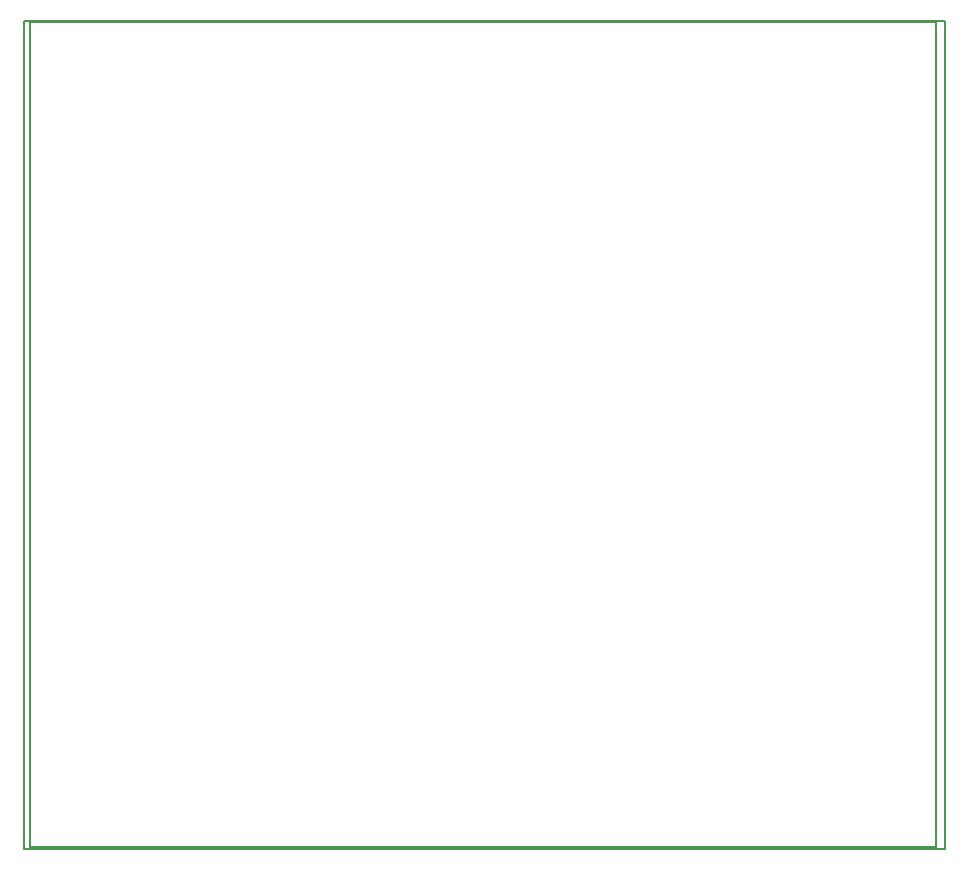
<source format=gbr>
G04 GERBER ASCII OUTPUT FROM: EDWIN 2000 (VER. 1.1 REV. 20011025)*
G04 GERBER FORMAT: RX-274-X*
G04 BOARD: PROTON_SER_GLCD*
G04 ARTWORK OF SOLD.PRINT POSITIVE*
%ASAXBY*%
%FSLAX23Y23*%
%MIA0B0*%
%MOIN*%
%OFA0.0000B0.0000*%
%SFA1B1*%
%IJA0B0*%
%INLAYER31POS*%
%IOA0B0*%
%IPPOS*%
%IR0*%
G04 APERTURE MACROS*
%AMEDWDONUT*
1,1,$1,$2,$3*
1,0,$4,$2,$3*
%
%AMEDWFRECT*
2,1,$1,$2,$3,$4,$5,$6*
%
%AMEDWORECT*
2,1,$1,$2,$3,$4,$5,$10*
2,1,$1,$4,$5,$6,$7,$10*
2,1,$1,$6,$7,$8,$9,$10*
2,1,$1,$8,$9,$2,$3,$10*
1,1,$1,$2,$3*
1,1,$1,$4,$5*
1,1,$1,$6,$7*
1,1,$1,$8,$9*
%
%AMEDWLINER*
2,1,$1,$2,$3,$4,$5,$6*
1,1,$1,$2,$3*
1,1,$1,$4,$5*
%
%AMEDWFTRNG*
4,1,3,$1,$2,$3,$4,$5,$6,$7,$8,$9*
%
%AMEDWATRNG*
4,1,3,$1,$2,$3,$4,$5,$6,$7,$8,$9*
2,1,$11,$1,$2,$3,$4,$10*
2,1,$11,$3,$4,$5,$6,$10*
2,1,$11,$5,$6,$7,$8,$10*
1,1,$11,$3,$4*
1,1,$11,$5,$6*
1,1,$11,$7,$8*
%
%AMEDWOTRNG*
2,1,$1,$2,$3,$4,$5,$8*
2,1,$1,$4,$5,$6,$7,$8*
2,1,$1,$6,$7,$2,$3,$8*
1,1,$1,$2,$3*
1,1,$1,$4,$5*
1,1,$1,$6,$7*
%
G04*
G04 APERTURE LIST*
%ADD10R,0.0700X0.0650*%
%ADD11R,0.0940X0.0890*%
%ADD12R,0.0600X0.0550*%
%ADD13R,0.0840X0.0790*%
%ADD14R,0.0650X0.0700*%
%ADD15R,0.0890X0.0940*%
%ADD16R,0.0550X0.0600*%
%ADD17R,0.0790X0.0840*%
%ADD18R,0.0350X0.0900*%
%ADD19R,0.0590X0.1140*%
%ADD20R,0.0250X0.0800*%
%ADD21R,0.0490X0.1040*%
%ADD22R,0.0900X0.0350*%
%ADD23R,0.1140X0.0590*%
%ADD24R,0.0800X0.0250*%
%ADD25R,0.1040X0.0490*%
%ADD26R,0.0800X0.0800*%
%ADD27R,0.1040X0.1040*%
%ADD28R,0.0700X0.0700*%
%ADD29R,0.0940X0.0940*%
%ADD30R,0.0570X0.0970*%
%ADD31R,0.0810X0.1210*%
%ADD32R,0.0470X0.0870*%
%ADD33R,0.0710X0.1110*%
%ADD34R,0.1520X0.0970*%
%ADD35R,0.1760X0.1210*%
%ADD36R,0.1420X0.0870*%
%ADD37R,0.1660X0.1110*%
%ADD38R,0.0600X0.0600*%
%ADD39R,0.0840X0.0840*%
%ADD40R,0.0500X0.0580*%
%ADD41R,0.0740X0.0820*%
%ADD42R,0.0400X0.0480*%
%ADD43R,0.0640X0.0720*%
%ADD44R,0.0580X0.0500*%
%ADD45R,0.0820X0.0740*%
%ADD46R,0.0480X0.0400*%
%ADD47R,0.0720X0.0640*%
%ADD48R,0.0900X0.0900*%
%ADD49R,0.1140X0.1140*%
%ADD50C,0.0010*%
%ADD52C,0.0020*%
%ADD53R,0.0020X0.0020*%
%ADD54C,0.0030*%
%ADD55R,0.0030X0.0030*%
%ADD56C,0.0040*%
%ADD57R,0.0040X0.0040*%
%ADD58C,0.0050*%
%ADD59R,0.0050X0.0050*%
%ADD60C,0.00787*%
%ADD61R,0.00787X0.00787*%
%ADD62C,0.0080*%
%ADD64C,0.00984*%
%ADD65R,0.00984X0.00984*%
%ADD66C,0.0120*%
%ADD68C,0.0130*%
%ADD70C,0.01598*%
%ADD72C,0.01969*%
%ADD73R,0.01969X0.01969*%
%ADD74C,0.0200*%
%ADD76C,0.0250*%
%ADD77R,0.0250X0.0250*%
%ADD78C,0.0290*%
%ADD80C,0.03004*%
%ADD81R,0.03004X0.03004*%
%ADD82C,0.0320*%
%ADD84C,0.0350*%
%ADD85R,0.0350X0.0350*%
%ADD86C,0.0360*%
%ADD88C,0.0370*%
%ADD90C,0.03937*%
%ADD91R,0.03937X0.03937*%
%ADD92C,0.03998*%
%ADD94C,0.04331*%
%ADD95R,0.04331X0.04331*%
%ADD96C,0.04346*%
%ADD97R,0.04346X0.04346*%
%ADD98C,0.0440*%
%ADD100C,0.0490*%
%ADD101R,0.0490X0.0490*%
%ADD102C,0.0500*%
%ADD103R,0.0500X0.0500*%
%ADD104C,0.05404*%
%ADD105R,0.05404X0.05404*%
%ADD106C,0.0560*%
%ADD108C,0.0590*%
%ADD109R,0.0590X0.0590*%
%ADD110C,0.05906*%
%ADD111R,0.05906X0.05906*%
%ADD112C,0.0600*%
%ADD113R,0.0600X0.0600*%
%ADD114C,0.0620*%
%ADD116C,0.06693*%
%ADD117R,0.06693X0.06693*%
%ADD118C,0.06746*%
%ADD119R,0.06746X0.06746*%
%ADD120C,0.06906*%
%ADD121R,0.06906X0.06906*%
%ADD122C,0.0700*%
%ADD123R,0.0700X0.0700*%
%ADD124C,0.07087*%
%ADD125R,0.07087X0.07087*%
%ADD126C,0.0760*%
%ADD127R,0.0760X0.0760*%
%ADD128C,0.0800*%
%ADD129R,0.0800X0.0800*%
%ADD130C,0.08306*%
%ADD131R,0.08306X0.08306*%
%ADD132C,0.0840*%
%ADD133R,0.0840X0.0840*%
%ADD134C,0.08583*%
%ADD135R,0.08583X0.08583*%
%ADD136C,0.0860*%
%ADD138C,0.0880*%
%ADD140C,0.0900*%
%ADD141R,0.0900X0.0900*%
%ADD142C,0.09012*%
%ADD143R,0.09012X0.09012*%
%ADD144C,0.0940*%
%ADD145R,0.0940X0.0940*%
%ADD146C,0.09441*%
%ADD147R,0.09441X0.09441*%
%ADD148C,0.0960*%
%ADD150C,0.1000*%
%ADD151R,0.1000X0.1000*%
%ADD152C,0.10016*%
%ADD153R,0.10016X0.10016*%
%ADD154C,0.1040*%
%ADD155R,0.1040X0.1040*%
%ADD156C,0.10728*%
%ADD157R,0.10728X0.10728*%
%ADD158C,0.10983*%
%ADD159R,0.10983X0.10983*%
%ADD160C,0.1100*%
%ADD162C,0.11157*%
%ADD163R,0.11157X0.11157*%
%ADD164C,0.1120*%
%ADD166C,0.1140*%
%ADD167R,0.1140X0.1140*%
%ADD168C,0.11412*%
%ADD169R,0.11412X0.11412*%
%ADD170C,0.11841*%
%ADD171R,0.11841X0.11841*%
%ADD172C,0.1200*%
%ADD174C,0.12016*%
%ADD175R,0.12016X0.12016*%
%ADD176C,0.12416*%
%ADD177R,0.12416X0.12416*%
%ADD178C,0.1300*%
%ADD180C,0.13128*%
%ADD181R,0.13128X0.13128*%
%ADD182C,0.13557*%
%ADD183R,0.13557X0.13557*%
%ADD184C,0.13732*%
%ADD185R,0.13732X0.13732*%
%ADD186C,0.1400*%
%ADD188C,0.14416*%
%ADD189R,0.14416X0.14416*%
%ADD190C,0.1500*%
%ADD192C,0.1502*%
%ADD193R,0.1502X0.1502*%
%ADD194C,0.1540*%
%ADD196C,0.15449*%
%ADD197R,0.15449X0.15449*%
%ADD198C,0.15748*%
%ADD200C,0.16132*%
%ADD201R,0.16132X0.16132*%
%ADD202C,0.16142*%
%ADD204C,0.16307*%
%ADD205R,0.16307X0.16307*%
%ADD206C,0.1640*%
%ADD208C,0.16736*%
%ADD209R,0.16736X0.16736*%
%ADD210C,0.17165*%
%ADD211R,0.17165X0.17165*%
%ADD212C,0.17323*%
%ADD214C,0.1742*%
%ADD215R,0.1742X0.1742*%
%ADD216C,0.17849*%
%ADD217R,0.17849X0.17849*%
%ADD218C,0.18148*%
%ADD220C,0.18542*%
%ADD222C,0.18707*%
%ADD223R,0.18707X0.18707*%
%ADD224C,0.18898*%
%ADD226C,0.19136*%
%ADD227R,0.19136X0.19136*%
%ADD228C,0.19565*%
%ADD229R,0.19565X0.19565*%
%ADD230C,0.19685*%
%ADD232C,0.1974*%
%ADD233R,0.1974X0.1974*%
%ADD234C,0.20598*%
%ADD235R,0.20598X0.20598*%
%ADD236C,0.2126*%
%ADD238C,0.21457*%
%ADD239R,0.21457X0.21457*%
%ADD240C,0.21886*%
%ADD241R,0.21886X0.21886*%
%ADD242C,0.2214*%
%ADD243R,0.2214X0.2214*%
%ADD244C,0.22744*%
%ADD245R,0.22744X0.22744*%
%ADD246C,0.22835*%
%ADD249R,0.22998X0.22998*%
%ADD251R,0.23433X0.23433*%
%ADD253R,0.23602X0.23602*%
%ADD255R,0.23857X0.23857*%
%ADD257R,0.24286X0.24286*%
%ADD259R,0.25144X0.25144*%
%ADD261R,0.25748X0.25748*%
%ADD263R,0.25833X0.25833*%
%ADD265R,0.26002X0.26002*%
%ADD267R,0.26177X0.26177*%
%ADD269R,0.26835X0.26835*%
%ADD271R,0.28148X0.28148*%
%ADD273R,0.28577X0.28577*%
%ADD275R,0.28752X0.28752*%
%ADD277R,0.29235X0.29235*%
%ADD279R,0.30039X0.30039*%
%ADD281R,0.31152X0.31152*%
%ADD283R,0.31327X0.31327*%
%ADD285R,0.3137X0.3137*%
%ADD287R,0.32185X0.32185*%
%ADD289R,0.32439X0.32439*%
%ADD291R,0.33727X0.33727*%
%ADD293R,0.3377X0.3377*%
%ADD295R,0.34585X0.34585*%
%ADD297R,0.36047X0.36047*%
%ADD299R,0.36906X0.36906*%
%ADD301R,0.38447X0.38447*%
%ADD303R,0.39306X0.39306*%
%ADD305R,0.41197X0.41197*%
%ADD307R,0.43597X0.43597*%
%ADD309R,0.45917X0.45917*%
%ADD311R,0.48317X0.48317*%
%ADD313R,0.50209X0.50209*%
%ADD315R,0.51925X0.51925*%
%ADD317R,0.52609X0.52609*%
%ADD319R,0.54325X0.54325*%
%ADD321R,0.57504X0.57504*%
%ADD323R,0.5965X0.5965*%
%ADD325R,0.59904X0.59904*%
%ADD327R,0.6205X0.6205*%
%ADD329R,1.06425X1.06425*%
%ADD331R,1.08825X1.08825*%
%ADD332C,1.18825*%
%ADD333R,1.18825X1.18825*%
%ADD334C,1.28825*%
%ADD335R,1.28825X1.28825*%
%ADD336C,1.38825*%
%ADD337R,1.38825X1.38825*%
%ADD338C,1.48825*%
%ADD339R,1.48825X1.48825*%
%ADD340C,1.58825*%
%ADD341R,1.58825X1.58825*%
%ADD342C,1.68825*%
%ADD343R,1.68825X1.68825*%
%ADD344C,1.78825*%
%ADD345R,1.78825X1.78825*%
%ADD346C,1.88825*%
%ADD347R,1.88825X1.88825*%
%ADD348C,1.98825*%
%ADD349R,1.98825X1.98825*%
G04*
D58* 
X0Y0D02*
X0Y2750D01*
X3020Y2750D01*
X3020Y0D01*
X0Y0D01*
X3049Y-4D02*
X3049Y2753D01*
X-22Y2753D01*
X-22Y-4D01*
X3049Y-4D01*
M02*

</source>
